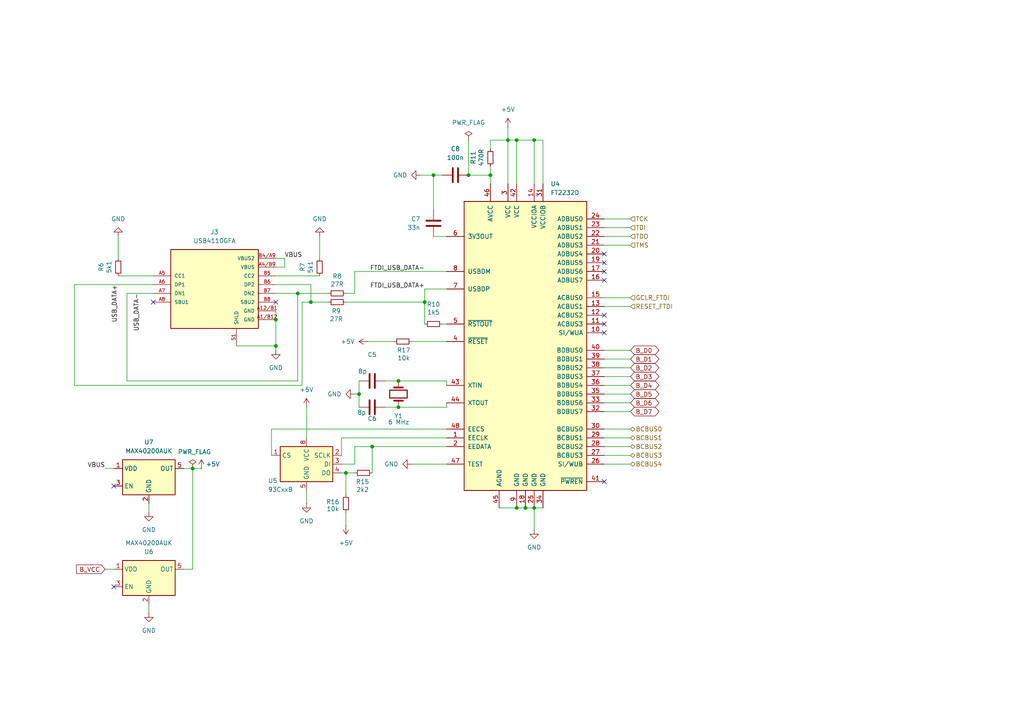
<source format=kicad_sch>
(kicad_sch (version 20231120) (generator "eeschema") (generator_version "8.0")
  (paper "A4")
  (title_block (title "Interruptus Dev Board") (date "2024-06-15") (rev "8"))
  (lib_symbols
    (symbol "Analog_Switch:MAX40200AUK"
      (property "Reference" "U" (at -6.35 6.35 0))
      (property "Value" "MAX40200AUK" (at 7.62 6.35 0))
      (symbol "MAX40200AUK_1_1"
        (rectangle (start -7.62 -5.08) (end 7.62 5.08) (stroke (width 0.254)) (fill (type background)))
        (pin power_in line (at -10.16 2.54 0) (length 2.54) (name "VDD") (number "1"))
        (pin power_in line (at 0 -7.62 90) (length 2.54) (name "GND") (number "2"))
        (pin input line (at -10.16 -2.54 0) (length 2.54) (name "EN") (number "3"))
        (pin no_connect line (at 7.62 -2.54 180) (length 2.54) hide (name "NC") (number "4"))
        (pin passive line (at 10.16 2.54 180) (length 2.54) (name "OUT") (number "5"))
      )
    )
    (symbol "Device:C" (pin_numbers hide) (pin_names (offset 0.254))
      (property "Reference" "C" (at 0.635 2.54 0))
      (property "Value" "C" (at 0.635 -2.54 0))
      (symbol "C_0_1"
        (polyline (pts (xy -2.032 -0.762) (xy 2.032 -0.762)) (stroke (width 0.508)))
        (polyline (pts (xy -2.032 0.762) (xy 2.032 0.762)) (stroke (width 0.508)))
      )
      (symbol "C_1_1"
        (pin passive line (at 0 3.81 270) (length 2.794) (name "~") (number "1"))
        (pin passive line (at 0 -3.81 90) (length 2.794) (name "~") (number "2"))
      )
    )
    (symbol "Device:Crystal" (pin_numbers hide) (pin_names (offset 1.016) hide)
      (property "Reference" "Y" (at 0 3.81 0))
      (property "Value" "Crystal" (at 0 -3.81 0))
      (symbol "Crystal_0_1"
        (rectangle (start -1.143 2.54) (end 1.143 -2.54) (stroke (width 0.3048)))
        (polyline (pts (xy -2.54 0) (xy -1.905 0)))
        (polyline (pts (xy -1.905 -1.27) (xy -1.905 1.27)) (stroke (width 0.508)))
        (polyline (pts (xy 1.905 -1.27) (xy 1.905 1.27)) (stroke (width 0.508)))
        (polyline (pts (xy 2.54 0) (xy 1.905 0)))
      )
      (symbol "Crystal_1_1"
        (pin passive line (at -3.81 0 0) (length 1.27) (name "1") (number "1"))
        (pin passive line (at 3.81 0 180) (length 1.27) (name "2") (number "2"))
      )
    )
    (symbol "Device:R_Small" (pin_numbers hide) (pin_names (offset 0.254) hide)
      (property "Reference" "R" (at 0.762 0.508 0))
      (property "Value" "R_Small" (at 0.762 -1.016 0))
      (symbol "R_Small_0_1"
        (rectangle (start -0.762 1.778) (end 0.762 -1.778) (stroke (width 0.2032)))
      )
      (symbol "R_Small_1_1"
        (pin passive line (at 0 2.54 270) (length 0.762) (name "~") (number "1"))
        (pin passive line (at 0 -2.54 90) (length 0.762) (name "~") (number "2"))
      )
    )
    (symbol "Interface_USB:FT2232D" (pin_names (offset 1.016))
      (property "Reference" "U" (at -16.51 44.45 0))
      (property "Value" "FT2232D" (at 13.97 44.45 0))
      (symbol "FT2232D_0_1"
        (rectangle (start -17.78 -40.64) (end 17.78 43.18) (stroke (width 0.254)) (fill (type background)))
      )
      (symbol "FT2232D_1_1"
        (pin output line (at -22.86 -25.4 0) (length 5.08) (name "EECLK") (number "1"))
        (pin bidirectional line (at 22.86 5.08 180) (length 5.08) (name "SI/WUA") (number "10"))
        (pin bidirectional line (at 22.86 7.62 180) (length 5.08) (name "ACBUS3") (number "11"))
        (pin bidirectional line (at 22.86 10.16 180) (length 5.08) (name "ACBUS2") (number "12"))
        (pin bidirectional line (at 22.86 12.7 180) (length 5.08) (name "ACBUS1") (number "13"))
        (pin power_in line (at 2.54 48.26 270) (length 5.08) (name "VCCIOA") (number "14"))
        (pin bidirectional line (at 22.86 15.24 180) (length 5.08) (name "ACBUS0") (number "15"))
        (pin bidirectional line (at 22.86 20.32 180) (length 5.08) (name "ADBUS7") (number "16"))
        (pin bidirectional line (at 22.86 22.86 180) (length 5.08) (name "ADBUS6") (number "17"))
        (pin power_in line (at 0 -45.72 90) (length 5.08) (name "GND") (number "18"))
        (pin bidirectional line (at 22.86 25.4 180) (length 5.08) (name "ADBUS5") (number "19"))
        (pin bidirectional line (at -22.86 -27.94 0) (length 5.08) (name "EEDATA") (number "2"))
        (pin bidirectional line (at 22.86 27.94 180) (length 5.08) (name "ADBUS4") (number "20"))
        (pin bidirectional line (at 22.86 30.48 180) (length 5.08) (name "ADBUS3") (number "21"))
        (pin bidirectional line (at 22.86 33.02 180) (length 5.08) (name "ADBUS2") (number "22"))
        (pin bidirectional line (at 22.86 35.56 180) (length 5.08) (name "ADBUS1") (number "23"))
        (pin bidirectional line (at 22.86 38.1 180) (length 5.08) (name "ADBUS0") (number "24"))
        (pin power_in line (at 2.54 -45.72 90) (length 5.08) (name "GND") (number "25"))
        (pin output line (at 22.86 -33.02 180) (length 5.08) (name "SI/WUB") (number "26"))
        (pin output line (at 22.86 -30.48 180) (length 5.08) (name "BCBUS3") (number "27"))
        (pin output line (at 22.86 -27.94 180) (length 5.08) (name "BCBUS2") (number "28"))
        (pin output line (at 22.86 -25.4 180) (length 5.08) (name "BCBUS1") (number "29"))
        (pin power_in line (at -5.08 48.26 270) (length 5.08) (name "VCC") (number "3"))
        (pin output line (at 22.86 -22.86 180) (length 5.08) (name "BCBUS0") (number "30"))
        (pin power_in line (at 5.08 48.26 270) (length 5.08) (name "VCCIOB") (number "31"))
        (pin output line (at 22.86 -17.78 180) (length 5.08) (name "BDBUS7") (number "32"))
        (pin output line (at 22.86 -15.24 180) (length 5.08) (name "BDBUS6") (number "33"))
        (pin power_in line (at 5.08 -45.72 90) (length 5.08) (name "GND") (number "34"))
        (pin output line (at 22.86 -12.7 180) (length 5.08) (name "BDBUS5") (number "35"))
        (pin output line (at 22.86 -10.16 180) (length 5.08) (name "BDBUS4") (number "36"))
        (pin output line (at 22.86 -7.62 180) (length 5.08) (name "BDBUS3") (number "37"))
        (pin output line (at 22.86 -5.08 180) (length 5.08) (name "BDBUS2") (number "38"))
        (pin output line (at 22.86 -2.54 180) (length 5.08) (name "BDBUS1") (number "39"))
        (pin input line (at -22.86 2.54 0) (length 5.08) (name "~{RESET}") (number "4"))
        (pin output line (at 22.86 0 180) (length 5.08) (name "BDBUS0") (number "40"))
        (pin output line (at 22.86 -38.1 180) (length 5.08) (name "~{PWREN}") (number "41"))
        (pin power_in line (at -2.54 48.26 270) (length 5.08) (name "VCC") (number "42"))
        (pin input line (at -22.86 -10.16 0) (length 5.08) (name "XTIN") (number "43"))
        (pin output line (at -22.86 -15.24 0) (length 5.08) (name "XTOUT") (number "44"))
        (pin power_in line (at -7.62 -45.72 90) (length 5.08) (name "AGND") (number "45"))
        (pin power_in line (at -10.16 48.26 270) (length 5.08) (name "AVCC") (number "46"))
        (pin input line (at -22.86 -33.02 0) (length 5.08) (name "TEST") (number "47"))
        (pin bidirectional line (at -22.86 -22.86 0) (length 5.08) (name "EECS") (number "48"))
        (pin output line (at -22.86 7.62 0) (length 5.08) (name "~{RSTOUT}") (number "5"))
        (pin power_out line (at -22.86 33.02 0) (length 5.08) (name "3V3OUT") (number "6"))
        (pin bidirectional line (at -22.86 17.78 0) (length 5.08) (name "USBDP") (number "7"))
        (pin bidirectional line (at -22.86 22.86 0) (length 5.08) (name "USBDM") (number "8"))
        (pin power_in line (at -2.54 -45.72 90) (length 5.08) (name "GND") (number "9"))
      )
    )
    (symbol "Memory_EEPROM:93CxxB"
      (property "Reference" "U" (at -7.62 6.35 0))
      (property "Value" "93CxxB" (at 2.54 -6.35 0))
      (symbol "93CxxB_1_1"
        (rectangle (start -7.62 5.08) (end 7.62 -5.08) (stroke (width 0.254)) (fill (type background)))
        (pin input line (at -10.16 2.54 0) (length 2.54) (name "CS") (number "1"))
        (pin input line (at 10.16 2.54 180) (length 2.54) (name "SCLK") (number "2"))
        (pin input line (at 10.16 0 180) (length 2.54) (name "DI") (number "3"))
        (pin tri_state line (at 10.16 -2.54 180) (length 2.54) (name "DO") (number "4"))
        (pin power_in line (at 0 -7.62 90) (length 2.54) (name "GND") (number "5"))
        (pin no_connect line (at -7.62 0 0) (length 2.54) hide (name "NC") (number "6"))
        (pin no_connect line (at -7.62 -2.54 0) (length 2.54) hide (name "NC") (number "7"))
        (pin power_in line (at 0 7.62 270) (length 2.54) (name "VCC") (number "8"))
      )
    )
    (symbol "USB4110GFA:USB4110GFA" (pin_names (offset 1.016))
      (property "Reference" "J3" (at 0 15.24 0))
      (property "Value" "USB4110GFA" (at 0 12.7 0))
      (symbol "USB4110GFA_0_0"
        (rectangle (start -12.7 10.16) (end 12.7 -12.7) (stroke (width 0.254)) (fill (type background)))
        (pin bidirectional line (at -17.78 2.54 0) (length 5.08) (name "CC1") (number "A5"))
        (pin bidirectional line (at -17.78 0 0) (length 5.08) (name "DP1") (number "A6"))
        (pin bidirectional line (at -17.78 -2.54 0) (length 5.08) (name "DN1") (number "A7"))
        (pin bidirectional line (at -17.78 -5.08 0) (length 5.08) (name "SBU1") (number "A8"))
        (pin bidirectional line (at 17.78 2.54 180) (length 5.08) (name "CC2") (number "B5"))
        (pin bidirectional line (at 17.78 0 180) (length 5.08) (name "DP2") (number "B6"))
        (pin bidirectional line (at 17.78 -2.54 180) (length 5.08) (name "DN2") (number "B7"))
        (pin bidirectional line (at 17.78 -5.08 180) (length 5.08) (name "SBU2") (number "B8"))
      )
      (symbol "USB4110GFA_1_0"
        (pin power_in line (at 17.78 -10.16 180) (length 5.08) (name "GND") (number "A1/B12"))
        (pin passive line (at 17.78 -7.62 180) (length 5.08) (name "GND") (number "A12/B1"))
        (pin power_in line (at 17.78 5.08 180) (length 5.08) (name "VBUS") (number "A4/B9"))
        (pin passive line (at 17.78 7.62 180) (length 5.08) (name "VBUS2") (number "B4/A9"))
        (pin power_in line (at 6.35 -17.78 90) (length 5.08) (name "SHLD") (number "S1"))
      )
    )
    (symbol "power:+5V" (power) (pin_numbers hide) (pin_names (offset 0) hide)
      (property "Value" "+5V" (at 0 3.556 0))
      (symbol "+5V_0_1"
        (polyline (pts (xy -0.762 1.27) (xy 0 2.54)))
        (polyline (pts (xy 0 0) (xy 0 2.54)))
        (polyline (pts (xy 0 2.54) (xy 0.762 1.27)))
      )
      (symbol "+5V_1_1"
        (pin power_in line (at 0 0 90) (length 0) (name "~") (number "1"))
      )
    )
    (symbol "power:GND" (power) (pin_numbers hide) (pin_names (offset 0) hide)
      (property "Value" "GND" (at 0 -3.81 0))
      (symbol "GND_0_1"
        (polyline (pts (xy 0 0) (xy 0 -1.27) (xy 1.27 -1.27) (xy 0 -2.54) (xy -1.27 -1.27) (xy 0 -1.27)))
      )
      (symbol "GND_1_1"
        (pin power_in line (at 0 0 270) (length 0) (name "~") (number "1"))
      )
    )
    (symbol "power:PWR_FLAG" (power) (pin_numbers hide) (pin_names (offset 0) hide)
      (property "Value" "PWR_FLAG" (at 0 3.81 0))
      (symbol "PWR_FLAG_0_0"
        (pin power_out line (at 0 0 90) (length 0) (name "~") (number "1"))
      )
      (symbol "PWR_FLAG_0_1"
        (polyline (pts (xy 0 0) (xy 0 1.27) (xy -1.016 1.905) (xy 0 2.54) (xy 1.016 1.905) (xy 0 1.27)))
      )
    )
  )
  (junction (at 125.73 50.8))
  (junction (at 55.88 135.89))
  (junction (at 100.33 137.16))
  (junction (at 80.01 92.71))
  (junction (at 115.57 118.11))
  (junction (at 154.94 147.32))
  (junction (at 90.17 87.63))
  (junction (at 152.4 147.32))
  (junction (at 115.57 110.49))
  (junction (at 149.86 40.64))
  (junction (at 86.36 85.09))
  (junction (at 142.24 50.8))
  (junction (at 107.95 129.54))
  (junction (at 135.89 50.8))
  (junction (at 80.01 100.33))
  (junction (at 149.86 147.32))
  (junction (at 154.94 40.64))
  (junction (at 104.14 114.3))
  (junction (at 147.32 40.64))
  (junction (at 123.19 87.63))
  (no_connect (at 175.26 76.2))
  (no_connect (at 175.26 96.52))
  (no_connect (at 175.26 73.66))
  (no_connect (at 175.26 139.7))
  (no_connect (at 33.02 170.18))
  (no_connect (at 80.01 87.63))
  (no_connect (at 175.26 91.44))
  (no_connect (at 44.45 87.63))
  (no_connect (at 33.02 140.97))
  (no_connect (at 175.26 78.74))
  (no_connect (at 175.26 81.28))
  (no_connect (at 175.26 93.98))
  (wire (pts (xy 44.45 82.55) (xy 21.59 82.55)))
  (wire (pts (xy 154.94 147.32) (xy 154.94 153.67)))
  (wire (pts (xy 87.63 87.63) (xy 90.17 87.63)))
  (wire (pts (xy 90.17 87.63) (xy 95.25 87.63)))
  (wire (pts (xy 21.59 111.76) (xy 87.63 111.76)))
  (wire (pts (xy 99.06 127) (xy 129.54 127)))
  (wire (pts (xy 107.95 129.54) (xy 129.54 129.54)))
  (wire (pts (xy 104.14 110.49) (xy 104.14 114.3)))
  (wire (pts (xy 119.38 99.06) (xy 129.54 99.06)))
  (wire (pts (xy 53.34 135.89) (xy 55.88 135.89)))
  (wire (pts (xy 123.19 83.82) (xy 123.19 87.63)))
  (wire (pts (xy 149.86 147.32) (xy 152.4 147.32)))
  (wire (pts (xy 80.01 77.47) (xy 82.55 77.47)))
  (wire (pts (xy 43.18 146.05) (xy 43.18 148.59)))
  (wire (pts (xy 99.06 134.62) (xy 102.87 134.62)))
  (wire (pts (xy 125.73 50.8) (xy 125.73 60.96)))
  (wire (pts (xy 80.01 80.01) (xy 92.71 80.01)))
  (wire (pts (xy 149.86 40.64) (xy 154.94 40.64)))
  (wire (pts (xy 175.26 129.54) (xy 182.88 129.54)))
  (wire (pts (xy 43.18 175.26) (xy 43.18 177.8)))
  (wire (pts (xy 86.36 85.09) (xy 95.25 85.09)))
  (wire (pts (xy 119.38 134.62) (xy 129.54 134.62)))
  (wire (pts (xy 80.01 92.71) (xy 80.01 100.33)))
  (wire (pts (xy 36.83 85.09) (xy 44.45 85.09)))
  (wire (pts (xy 175.26 109.22) (xy 182.88 109.22)))
  (wire (pts (xy 147.32 40.64) (xy 147.32 53.34)))
  (wire (pts (xy 175.26 88.9) (xy 182.88 88.9)))
  (wire (pts (xy 154.94 40.64) (xy 157.48 40.64)))
  (wire (pts (xy 142.24 48.26) (xy 142.24 50.8)))
  (wire (pts (xy 175.26 106.68) (xy 182.88 106.68)))
  (wire (pts (xy 100.33 85.09) (xy 102.87 85.09)))
  (wire (pts (xy 142.24 50.8) (xy 142.24 53.34)))
  (wire (pts (xy 102.87 78.74) (xy 129.54 78.74)))
  (wire (pts (xy 100.33 148.59) (xy 100.33 152.4)))
  (wire (pts (xy 87.63 111.76) (xy 87.63 87.63)))
  (wire (pts (xy 175.26 124.46) (xy 182.88 124.46)))
  (wire (pts (xy 175.26 116.84) (xy 182.88 116.84)))
  (wire (pts (xy 78.74 124.46) (xy 129.54 124.46)))
  (wire (pts (xy 175.26 119.38) (xy 182.88 119.38)))
  (wire (pts (xy 154.94 40.64) (xy 154.94 53.34)))
  (wire (pts (xy 33.02 165.1) (xy 30.48 165.1)))
  (wire (pts (xy 149.86 40.64) (xy 149.86 53.34)))
  (wire (pts (xy 175.26 134.62) (xy 182.88 134.62)))
  (wire (pts (xy 102.87 129.54) (xy 107.95 129.54)))
  (wire (pts (xy 175.26 63.5) (xy 182.88 63.5)))
  (wire (pts (xy 100.33 87.63) (xy 123.19 87.63)))
  (wire (pts (xy 107.95 129.54) (xy 107.95 137.16)))
  (wire (pts (xy 129.54 110.49) (xy 129.54 111.76)))
  (wire (pts (xy 80.01 90.17) (xy 80.01 92.71)))
  (wire (pts (xy 99.06 132.08) (xy 99.06 127)))
  (wire (pts (xy 175.26 71.12) (xy 182.88 71.12)))
  (wire (pts (xy 125.73 68.58) (xy 129.54 68.58)))
  (wire (pts (xy 21.59 82.55) (xy 21.59 111.76)))
  (wire (pts (xy 30.48 135.89) (xy 33.02 135.89)))
  (wire (pts (xy 88.9 142.24) (xy 88.9 146.05)))
  (wire (pts (xy 82.55 77.47) (xy 82.55 74.93)))
  (wire (pts (xy 80.01 74.93) (xy 82.55 74.93)))
  (wire (pts (xy 99.06 137.16) (xy 100.33 137.16)))
  (wire (pts (xy 86.36 110.49) (xy 36.83 110.49)))
  (wire (pts (xy 86.36 85.09) (xy 86.36 110.49)))
  (wire (pts (xy 100.33 137.16) (xy 100.33 143.51)))
  (wire (pts (xy 147.32 36.83) (xy 147.32 40.64)))
  (wire (pts (xy 154.94 147.32) (xy 157.48 147.32)))
  (wire (pts (xy 55.88 135.89) (xy 58.42 135.89)))
  (wire (pts (xy 135.89 40.64) (xy 135.89 50.8)))
  (wire (pts (xy 88.9 118.11) (xy 88.9 127)))
  (wire (pts (xy 175.26 114.3) (xy 182.88 114.3)))
  (wire (pts (xy 175.26 68.58) (xy 182.88 68.58)))
  (wire (pts (xy 55.88 165.1) (xy 53.34 165.1)))
  (wire (pts (xy 147.32 40.64) (xy 149.86 40.64)))
  (wire (pts (xy 55.88 135.89) (xy 55.88 165.1)))
  (wire (pts (xy 92.71 68.58) (xy 92.71 74.93)))
  (wire (pts (xy 102.87 114.3) (xy 104.14 114.3)))
  (wire (pts (xy 90.17 87.63) (xy 90.17 82.55)))
  (wire (pts (xy 34.29 68.58) (xy 34.29 74.93)))
  (wire (pts (xy 100.33 137.16) (xy 102.87 137.16)))
  (wire (pts (xy 152.4 147.32) (xy 154.94 147.32)))
  (wire (pts (xy 115.57 118.11) (xy 129.54 118.11)))
  (wire (pts (xy 135.89 50.8) (xy 142.24 50.8)))
  (wire (pts (xy 80.01 100.33) (xy 80.01 101.6)))
  (wire (pts (xy 175.26 86.36) (xy 182.88 86.36)))
  (wire (pts (xy 115.57 118.11) (xy 111.76 118.11)))
  (wire (pts (xy 34.29 80.01) (xy 44.45 80.01)))
  (wire (pts (xy 129.54 118.11) (xy 129.54 116.84)))
  (wire (pts (xy 175.26 101.6) (xy 182.88 101.6)))
  (wire (pts (xy 175.26 111.76) (xy 182.88 111.76)))
  (wire (pts (xy 115.57 110.49) (xy 129.54 110.49)))
  (wire (pts (xy 90.17 82.55) (xy 80.01 82.55)))
  (wire (pts (xy 142.24 40.64) (xy 142.24 43.18)))
  (wire (pts (xy 175.26 132.08) (xy 182.88 132.08)))
  (wire (pts (xy 175.26 104.14) (xy 182.88 104.14)))
  (wire (pts (xy 104.14 114.3) (xy 104.14 118.11)))
  (wire (pts (xy 175.26 127) (xy 182.88 127)))
  (wire (pts (xy 102.87 134.62) (xy 102.87 129.54)))
  (wire (pts (xy 102.87 85.09) (xy 102.87 78.74)))
  (wire (pts (xy 80.01 85.09) (xy 86.36 85.09)))
  (wire (pts (xy 157.48 40.64) (xy 157.48 53.34)))
  (wire (pts (xy 123.19 83.82) (xy 129.54 83.82)))
  (wire (pts (xy 175.26 66.04) (xy 182.88 66.04)))
  (wire (pts (xy 78.74 132.08) (xy 78.74 124.46)))
  (wire (pts (xy 121.92 50.8) (xy 125.73 50.8)))
  (wire (pts (xy 111.76 110.49) (xy 115.57 110.49)))
  (wire (pts (xy 142.24 40.64) (xy 147.32 40.64)))
  (wire (pts (xy 36.83 110.49) (xy 36.83 85.09)))
  (wire (pts (xy 123.19 87.63) (xy 123.19 93.98)))
  (wire (pts (xy 68.58 100.33) (xy 80.01 100.33)))
  (wire (pts (xy 128.27 93.98) (xy 129.54 93.98)))
  (wire (pts (xy 144.78 147.32) (xy 149.86 147.32)))
  (wire (pts (xy 125.73 50.8) (xy 128.27 50.8)))
  (wire (pts (xy 106.68 99.06) (xy 114.3 99.06)))
  (label "VBUS" (at 82.55 74.93 0))
  (label "USB_DATA-" (at 40.64 85.09 270))
  (label "USB_DATA+" (at 34.29 82.55 270))
  (label "FTDI_USB_DATA-" (at 123.19 78.74 180))
  (label "VBUS" (at 30.48 135.89 180))
  (label "FTDI_USB_DATA+" (at 123.19 83.82 180))
  (global_label "B_D4" (shape tri_state) (at 182.88 111.76 0) (property "Intersheetrefs" "${INTERSHEET_REFS}" (effects (hide yes))))
  (global_label "B_D7" (shape tri_state) (at 182.88 119.38 0) (property "Intersheetrefs" "${INTERSHEET_REFS}" (effects (hide yes))))
  (global_label "B_D1" (shape tri_state) (at 182.88 104.14 0) (property "Intersheetrefs" "${INTERSHEET_REFS}" (effects (hide yes))))
  (global_label "B_D5" (shape tri_state) (at 182.88 114.3 0) (property "Intersheetrefs" "${INTERSHEET_REFS}" (effects (hide yes))))
  (global_label "B_D0" (shape tri_state) (at 182.88 101.6 0) (property "Intersheetrefs" "${INTERSHEET_REFS}" (effects (hide yes))))
  (global_label "B_D2" (shape tri_state) (at 182.88 106.68 0) (property "Intersheetrefs" "${INTERSHEET_REFS}" (effects (hide yes))))
  (global_label "B_D6" (shape tri_state) (at 182.88 116.84 0) (property "Intersheetrefs" "${INTERSHEET_REFS}" (effects (hide yes))))
  (global_label "B_VCC" (shape input) (at 30.48 165.1 180) (property "Intersheetrefs" "${INTERSHEET_REFS}" (effects (hide yes))))
  (global_label "B_D3" (shape tri_state) (at 182.88 109.22 0) (property "Intersheetrefs" "${INTERSHEET_REFS}" (effects (hide yes))))
  (hierarchical_label "TCK" (shape input) (at 182.88 63.5 0))
  (hierarchical_label "TDO" (shape input) (at 182.88 68.58 0))
  (hierarchical_label "BCBUS2" (shape bidirectional) (at 182.88 129.54 0))
  (hierarchical_label "TDI" (shape input) (at 182.88 66.04 0))
  (hierarchical_label "RESET_FTDI" (shape input) (at 182.88 88.9 0))
  (hierarchical_label "TMS" (shape input) (at 182.88 71.12 0))
  (hierarchical_label "BCBUS1" (shape bidirectional) (at 182.88 127 0))
  (hierarchical_label "BCBUS4" (shape bidirectional) (at 182.88 134.62 0))
  (hierarchical_label "GCLR_FTDI" (shape input) (at 182.88 86.36 0))
  (hierarchical_label "BCBUS0" (shape bidirectional) (at 182.88 124.46 0))
  (hierarchical_label "BCBUS3" (shape bidirectional) (at 182.88 132.08 0))
  (symbol (lib_id "Analog_Switch:MAX40200AUK") (at 43.18 167.64 0) (unit 1)
    (property "Reference" "U6" (at 43.18 160.02 0))
    (property "Value" "MAX40200AUK" (at 43.18 157.48 0))
    (property "Footprint" "Package_TO_SOT_SMD:SOT-23-5" (effects (hide yes)))
    (property "Datasheet" "https://datasheets.maximintegrated.com/en/ds/MAX40200.pdf" (effects (hide yes)))
    (property "Description" "Ideal Diode, Ultra-Low Voltage Drop, 1.5-5.5V, 1A, SOT-23-5" (effects (hide yes)))
  )
  (symbol (lib_id "power:+5V") (at 88.9 118.11 0) (unit 1)
    (property "Reference" "#PWR052" (effects (hide yes)))
    (property "Value" "+5V" (at 88.9 113.03 0))
    (property "Description" "Power symbol creates a global label with name \"+5V\"" (effects (hide yes)))
  )
  (symbol (lib_id "power:GND") (at 119.38 134.62 270) (unit 1)
    (property "Reference" "#PWR046" (effects (hide yes)))
    (property "Value" "GND" (at 115.57 134.6199 90) (effects (justify right)))
    (property "Description" "Power symbol creates a global label with name \"GND\" , ground" (effects (hide yes)))
  )
  (symbol (lib_id "power:GND") (at 43.18 177.8 0) (mirror y) (unit 1)
    (property "Reference" "#PWR056" (effects (hide yes)))
    (property "Value" "GND" (at 43.18 182.88 0))
    (property "Description" "Power symbol creates a global label with name \"GND\" , ground" (effects (hide yes)))
  )
  (symbol (lib_id "Memory_EEPROM:93CxxB") (at 88.9 134.62 0) (unit 1)
    (property "Reference" "U5" (at 77.724 139.446 0) (effects (justify left)))
    (property "Value" "93CxxB" (at 77.724 141.986 0) (effects (justify left)))
    (property "Footprint" "Package_SO:SOIC-8_3.9x4.9mm_P1.27mm" (effects (hide yes)))
    (property "Datasheet" "http://ww1.microchip.com/downloads/en/DeviceDoc/20001749K.pdf" (effects (hide yes)))
    (property "Description" "Serial EEPROM, 93 Series, 5.0V, DIP-8/SOIC-8" (effects (hide yes)))
  )
  (symbol (lib_id "power:GND") (at 80.01 101.6 0) (unit 1)
    (property "Reference" "#PWR042" (effects (hide yes)))
    (property "Value" "GND" (at 80.01 106.68 0))
    (property "Description" "Power symbol creates a global label with name \"GND\" , ground" (effects (hide yes)))
  )
  (symbol (lib_id "power:GND") (at 34.29 68.58 180) (unit 1)
    (property "Reference" "#PWR041" (effects (hide yes)))
    (property "Value" "GND" (at 34.29 63.5 0))
    (property "Description" "Power symbol creates a global label with name \"GND\" , ground" (effects (hide yes)))
  )
  (symbol (lib_id "Device:R_Small") (at 142.24 45.72 0) (unit 1)
    (property "Reference" "R11" (at 137.2616 45.72 90))
    (property "Value" "470R" (at 139.573 45.72 90))
    (property "Footprint" "Resistor_SMD:R_0603_1608Metric_Pad0.98x0.95mm_HandSolder" (effects (hide yes)))
  )
  (symbol (lib_id "Device:R_Small") (at 97.79 85.09 270) (unit 1)
    (property "Reference" "R8" (at 97.79 80.1116 90))
    (property "Value" "27R" (at 97.79 82.423 90))
    (property "Footprint" "Resistor_SMD:R_0603_1608Metric_Pad0.98x0.95mm_HandSolder" (effects (hide yes)))
  )
  (symbol (lib_id "Device:R_Small") (at 100.33 146.05 0) (unit 1)
    (property "Reference" "R16" (at 96.52 146.304 0) (effects (justify bottom)))
    (property "Value" "10k" (at 96.52 148.336 0) (effects (justify bottom)))
    (property "Footprint" "Resistor_SMD:R_0603_1608Metric_Pad0.98x0.95mm_HandSolder" (effects (hide yes)))
  )
  (symbol (lib_id "Device:C") (at 107.95 110.49 90) (unit 1)
    (property "Reference" "C5" (at 107.95 102.87 90))
    (property "Value" "8p" (at 105.156 107.696 90))
    (property "Footprint" "Capacitor_SMD:C_0603_1608Metric_Pad1.08x0.95mm_HandSolder" (effects (hide yes)))
    (property "Description" "Unpolarized capacitor" (effects (hide yes)))
  )
  (symbol (lib_id "power:+5V") (at 106.68 99.06 90) (unit 1)
    (property "Reference" "#PWR045" (effects (hide yes)))
    (property "Value" "+5V" (at 102.87 99.0599 90) (effects (justify left)))
    (property "Description" "Power symbol creates a global label with name \"+5V\"" (effects (hide yes)))
  )
  (symbol (lib_id "Device:Crystal") (at 115.57 114.3 270) (unit 1)
    (property "Reference" "Y1" (at 114.3 120.65 90) (effects (justify left)))
    (property "Value" "6 MHz" (at 112.522 122.428 90) (effects (justify left)))
    (property "Footprint" "Library:Crystal_SMD_8045-2Pin_8.0x4.5mm_HandSoldering" (effects (hide yes)))
    (property "Description" "Two pin crystal" (effects (hide yes)))
  )
  (symbol (lib_id "power:GND") (at 154.94 153.67 0) (unit 1)
    (property "Reference" "#PWR049" (effects (hide yes)))
    (property "Value" "GND" (at 154.94 158.75 0))
    (property "Description" "Power symbol creates a global label with name \"GND\" , ground" (effects (hide yes)))
  )
  (symbol (lib_id "power:GND") (at 88.9 146.05 0) (unit 1)
    (property "Reference" "#PWR054" (effects (hide yes)))
    (property "Value" "GND" (at 88.9 151.13 0))
    (property "Description" "Power symbol creates a global label with name \"GND\" , ground" (effects (hide yes)))
  )
  (symbol (lib_id "Device:C") (at 125.73 64.77 0) (mirror y) (unit 1)
    (property "Reference" "C7" (at 121.92 63.4999 0) (effects (justify left)))
    (property "Value" "33n" (at 121.92 66.0399 0) (effects (justify left)))
    (property "Footprint" "Capacitor_SMD:C_0603_1608Metric_Pad1.08x0.95mm_HandSolder" (effects (hide yes)))
    (property "Description" "Unpolarized capacitor" (effects (hide yes)))
  )
  (symbol (lib_id "Device:R_Small") (at 92.71 77.47 0) (unit 1)
    (property "Reference" "R7" (at 87.7316 77.47 90))
    (property "Value" "5k1" (at 90.043 77.47 90))
    (property "Footprint" "Resistor_SMD:R_0603_1608Metric_Pad0.98x0.95mm_HandSolder" (effects (hide yes)))
  )
  (symbol (lib_id "USB4110GFA:USB4110GFA") (at 62.23 82.55 0) (unit 1)
    (property "Reference" "J3" (at 62.23 67.31 0))
    (property "Value" "USB4110GFA" (at 62.23 69.85 0))
    (property "Footprint" "Library:USB_C_Receptacle_GCT_USB4110" (effects (hide yes)))
    (property "MF" "Global Connector Technology" (effects (hide yes)))
    (property "Description_1" "\nUSB-C (USB TYPE-C) USB 2.0 Receptacle Connector 24 (16+8 Dummy) Position Surface Mount, Right Angle\n" (effects (hide yes)))
    (property "Package" "None" (effects (hide yes)))
    (property "Price" "None" (effects (hide yes)))
    (property "SnapEDA_Link" "https://www.snapeda.com/parts/USB4110GFA/Global+Connector+Technology/view-part/?ref=snap" (effects (hide yes)))
    (property "MP" "USB4110GFA" (effects (hide yes)))
    (property "Availability" "In Stock" (effects (hide yes)))
    (property "Check_prices" "https://www.snapeda.com/parts/USB4110GFA/Global+Connector+Technology/view-part/?ref=eda" (effects (hide yes)))
  )
  (symbol (lib_id "Interface_USB:FT2232D") (at 152.4 101.6 0) (unit 1)
    (property "Reference" "U4" (at 159.6741 53.34 0) (effects (justify left)))
    (property "Value" "FT2232D" (at 159.6741 55.88 0) (effects (justify left)))
    (property "Footprint" "Package_QFP:LQFP-48_7x7mm_P0.5mm" (effects (hide yes)))
    (property "Datasheet" "http://www.ftdichip.com/Support/Documents/DataSheets/ICs/DS_FT2232D.pdf" (effects (hide yes)))
  )
  (symbol (lib_id "Device:R_Small") (at 97.79 87.63 270) (unit 1)
    (property "Reference" "R9" (at 97.536 90.932 90) (effects (justify bottom)))
    (property "Value" "27R" (at 97.536 93.218 90) (effects (justify bottom)))
    (property "Footprint" "Resistor_SMD:R_0603_1608Metric_Pad0.98x0.95mm_HandSolder" (effects (hide yes)))
  )
  (symbol (lib_id "Device:R_Small") (at 125.73 93.98 270) (unit 1)
    (property "Reference" "R10" (at 125.73 89.0016 90) (effects (justify bottom)))
    (property "Value" "1k5" (at 125.73 91.313 90) (effects (justify bottom)))
    (property "Footprint" "Resistor_SMD:R_0603_1608Metric_Pad0.98x0.95mm_HandSolder" (effects (hide yes)))
  )
  (symbol (lib_id "Analog_Switch:MAX40200AUK") (at 43.18 138.43 0) (unit 1)
    (property "Reference" "U7" (at 43.18 128.27 0))
    (property "Value" "MAX40200AUK" (at 43.18 130.81 0))
    (property "Footprint" "Package_TO_SOT_SMD:SOT-23-5" (effects (hide yes)))
    (property "Datasheet" "https://datasheets.maximintegrated.com/en/ds/MAX40200.pdf" (effects (hide yes)))
    (property "Description" "Ideal Diode, Ultra-Low Voltage Drop, 1.5-5.5V, 1A, SOT-23-5" (effects (hide yes)))
  )
  (symbol (lib_id "Device:R_Small") (at 105.41 137.16 270) (unit 1)
    (property "Reference" "R15" (at 105.156 140.462 90) (effects (justify bottom)))
    (property "Value" "2k2" (at 105.156 142.748 90) (effects (justify bottom)))
    (property "Footprint" "Resistor_SMD:R_0603_1608Metric_Pad0.98x0.95mm_HandSolder" (effects (hide yes)))
  )
  (symbol (lib_id "Device:C") (at 107.95 118.11 90) (unit 1)
    (property "Reference" "C6" (at 107.95 121.412 90))
    (property "Value" "8p" (at 104.902 119.634 90))
    (property "Footprint" "Capacitor_SMD:C_0603_1608Metric_Pad1.08x0.95mm_HandSolder" (effects (hide yes)))
    (property "Description" "Unpolarized capacitor" (effects (hide yes)))
  )
  (symbol (lib_id "power:GND") (at 92.71 68.58 180) (unit 1)
    (property "Reference" "#PWR043" (effects (hide yes)))
    (property "Value" "GND" (at 92.71 63.5 0))
    (property "Description" "Power symbol creates a global label with name \"GND\" , ground" (effects (hide yes)))
  )
  (symbol (lib_id "power:PWR_FLAG") (at 135.89 40.64 0) (unit 1)
    (property "Reference" "#FLG02" (effects (hide yes)))
    (property "Value" "PWR_FLAG" (at 135.89 35.56 0))
    (property "Description" "Special symbol for telling ERC where power comes from" (effects (hide yes)))
  )
  (symbol (lib_id "power:GND") (at 121.92 50.8 270) (unit 1)
    (property "Reference" "#PWR047" (effects (hide yes)))
    (property "Value" "GND" (at 118.11 50.7999 90) (effects (justify right)))
    (property "Description" "Power symbol creates a global label with name \"GND\" , ground" (effects (hide yes)))
  )
  (symbol (lib_id "power:+5V") (at 58.42 135.89 0) (unit 1)
    (property "Reference" "#PWR050" (effects (hide yes)))
    (property "Value" "+5V" (at 61.722 134.62 0))
    (property "Description" "Power symbol creates a global label with name \"+5V\"" (effects (hide yes)))
  )
  (symbol (lib_id "power:GND") (at 43.18 148.59 0) (unit 1)
    (property "Reference" "#PWR055" (effects (hide yes)))
    (property "Value" "GND" (at 43.18 153.67 0))
    (property "Description" "Power symbol creates a global label with name \"GND\" , ground" (effects (hide yes)))
  )
  (symbol (lib_id "power:+5V") (at 100.33 152.4 180) (unit 1)
    (property "Reference" "#PWR053" (effects (hide yes)))
    (property "Value" "+5V" (at 100.33 157.48 0))
    (property "Description" "Power symbol creates a global label with name \"+5V\"" (effects (hide yes)))
  )
  (symbol (lib_id "Device:R_Small") (at 116.84 99.06 90) (unit 1)
    (property "Reference" "R17" (at 117.094 100.838 90) (effects (justify bottom)))
    (property "Value" "10k" (at 117.094 103.124 90) (effects (justify bottom)))
    (property "Footprint" "Resistor_SMD:R_0603_1608Metric_Pad0.98x0.95mm_HandSolder" (effects (hide yes)))
  )
  (symbol (lib_id "Device:R_Small") (at 34.29 77.47 0) (unit 1)
    (property "Reference" "R6" (at 29.3116 77.47 90))
    (property "Value" "5k1" (at 31.623 77.47 90))
    (property "Footprint" "Resistor_SMD:R_0603_1608Metric_Pad0.98x0.95mm_HandSolder" (effects (hide yes)))
  )
  (symbol (lib_id "power:GND") (at 102.87 114.3 270) (unit 1)
    (property "Reference" "#PWR044" (effects (hide yes)))
    (property "Value" "GND" (at 99.06 114.2999 90) (effects (justify right)))
    (property "Description" "Power symbol creates a global label with name \"GND\" , ground" (effects (hide yes)))
  )
  (symbol (lib_id "Device:C") (at 132.08 50.8 90) (unit 1)
    (property "Reference" "C8" (at 132.08 43.18 90))
    (property "Value" "100n" (at 132.08 45.72 90))
    (property "Footprint" "Capacitor_SMD:C_0603_1608Metric_Pad1.08x0.95mm_HandSolder" (effects (hide yes)))
    (property "Description" "Unpolarized capacitor" (effects (hide yes)))
  )
  (symbol (lib_id "power:PWR_FLAG") (at 55.88 135.89 0) (unit 1)
    (property "Reference" "#FLG03" (effects (hide yes)))
    (property "Value" "PWR_FLAG" (at 56.388 131.064 0))
    (property "Description" "Special symbol for telling ERC where power comes from" (effects (hide yes)))
  )
  (symbol (lib_id "power:+5V") (at 147.32 36.83 0) (unit 1)
    (property "Reference" "#PWR048" (effects (hide yes)))
    (property "Value" "+5V" (at 147.32 31.75 0))
    (property "Description" "Power symbol creates a global label with name \"+5V\"" (effects (hide yes)))
  )
)
</source>
